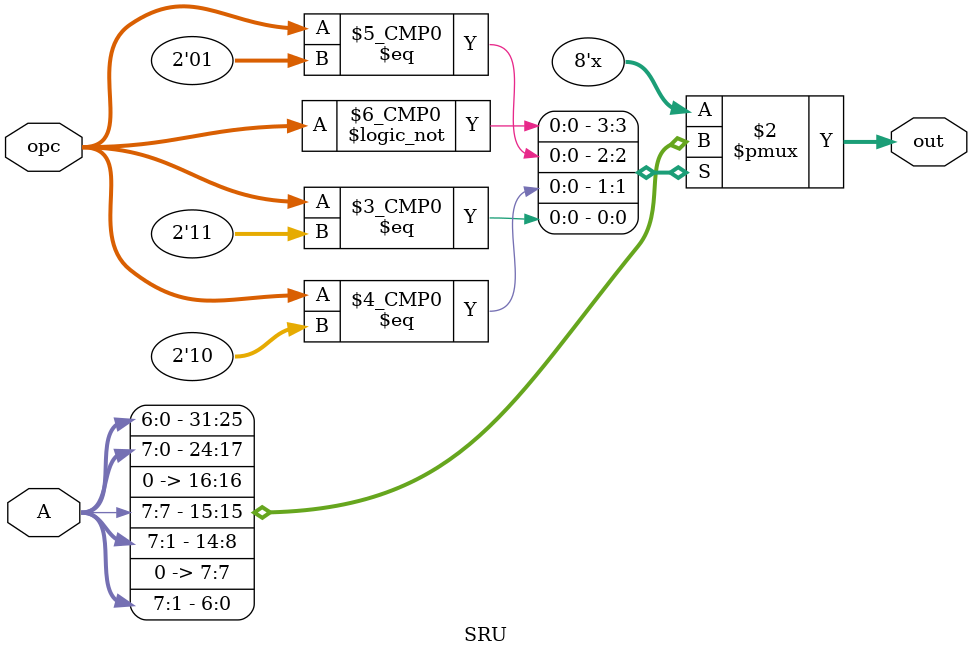
<source format=v>
`timescale 1ns / 1ps


module SRU(
    input signed [7:0] A,              //This are the SRU input value
    input [1:0] opc,            //This is the op code that is 2 bits wide
    output reg [7:0] out        //Module output 
    );
    
    always @* begin          // combinational Logic
        case(opc)
            2'b00 : out = {A[6:0], A[7]};   // ROTL 
            2'b01 : out = {A[6:0], 1'b0};   // SLA 
            2'b10 : out = {A[7], A[7:1]};   // SRA
            2'b11 : out = {1'b0, A[7:1]};   // SRL
        endcase //endcase(opc)
    end
endmodule

</source>
